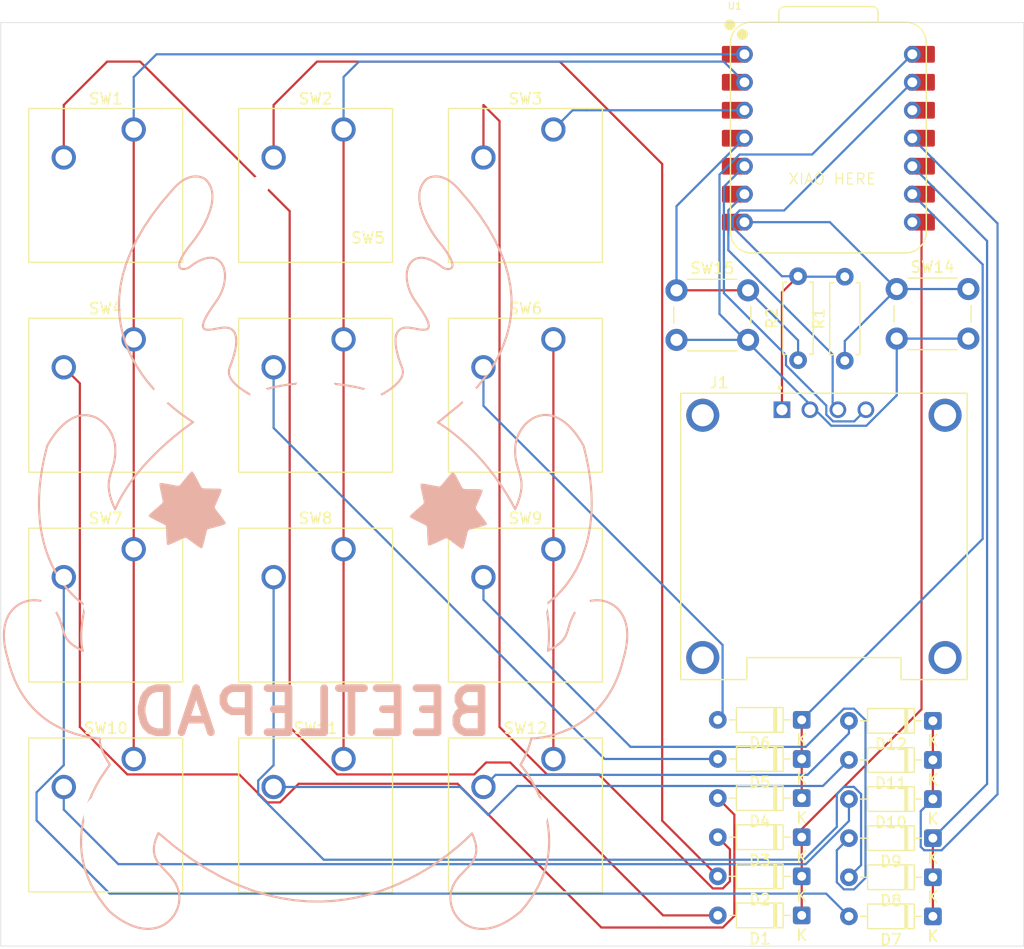
<source format=kicad_pcb>
(kicad_pcb (version 20241229) (generator "pcbnew") (generator_version "9.0")
  (layers (0 "F.Cu" signal) (2 "B.Cu" signal) (13 "F.Paste" user) (15 "B.Paste" user) (5 "F.SilkS" user "F.Silkscreen") (7 "B.SilkS" user "B.Silkscreen") (1 "F.Mask" user) (3 "B.Mask" user) (25 "Edge.Cuts" user))
  (net 0 "")
  (net 1 "GND")
  (net 2 "+5V")
  (net 3 "Net-(D1-K)")
  (net 4 "Net-(D1-A)")
  (net 5 "Net-(D2-A)")
  (net 6 "Net-(D3-A)")
  (net 8 "Net-(D4-K)")
  (net 9 "Net-(D4-A)")
  (net 10 "Net-(D5-A)")
  (net 11 "Net-(D6-A)")
  (net 12 "Net-(D7-A)")
  (net 13 "Net-(D7-K)")
  (net 14 "Net-(D8-A)")
  (net 15 "Net-(D9-A)")
  (net 16 "Net-(D10-A)")
  (net 17 "Net-(D10-K)")
  (net 18 "Net-(D11-A)")
  (net 19 "Net-(D12-A)")
  (net 20 "Net-(J1-Pin_4)")
  (net 21 "Net-(J1-Pin_3)")
  (net 22 "Net-(U1-GPIO26{slash}ADC0{slash}A0)")
  (net 23 "Net-(U1-GPIO27{slash}ADC1{slash}A1)")
  (net 24 "Net-(U1-GPIO28{slash}ADC2{slash}A2)")
  (net 25 "Net-(U1-GPIO29{slash}ADC3{slash}A3)")
  (net 26 "Net-(U1-GPIO0{slash}TX)")
  (footprint "Button_Switch_Keyboard:SW_Cherry_MX_1.00u_PCB" (layer "F.Cu") (at 57.30875 85.4075)
    (property "Reference" "SW7")
    (property "Value" "SW_Push_45deg")
  )
  (footprint "Button_Switch_Keyboard:SW_Cherry_MX_1.00u_PCB" (layer "F.Cu") (at 57.30875 104.4575)
    (property "Reference" "SW10")
    (property "Value" "SW_Push_45deg")
  )
  (footprint "Button_Switch_Keyboard:SW_Cherry_MX_1.00u_PCB" (layer "F.Cu") (at 95.40875 104.4575)
    (property "Reference" "SW12")
    (property "Value" "SW_Push_45deg")
  )
  (footprint "Diode_THT:D_DO-35_SOD27_P7.62mm_Horizontal" (layer "F.Cu") (at 117.953883 100.905378 180)
    (property "Reference" "D6")
    (property "Value" "D")
  )
  (footprint "Diode_THT:D_DO-35_SOD27_P7.62mm_Horizontal" (layer "F.Cu") (at 129.860133 108.092878 180)
    (property "Reference" "D10")
    (property "Value" "D")
  )
  (footprint "Button_Switch_Keyboard:SW_Cherry_MX_1.00u_PCB" (layer "F.Cu") (at 76.35875 104.4575)
    (property "Reference" "SW11")
    (property "Value" "SW_Push_45deg")
  )
  (footprint "Button_Switch_Keyboard:SW_Cherry_MX_1.00u_PCB" (layer "F.Cu") (at 76.35875 85.4075)
    (property "Reference" "SW8")
    (property "Value" "SW_Push_45deg")
  )
  (footprint "Diode_THT:D_DO-35_SOD27_P7.62mm_Horizontal" (layer "F.Cu") (at 117.953883 111.555378 180)
    (property "Reference" "D3")
    (property "Value" "D")
  )
  (footprint "Button_Switch_Keyboard:SW_Cherry_MX_1.00u_PCB" (layer "F.Cu") (at 76.35875 47.3075)
    (property "Reference" "SW2")
    (property "Value" "SW_Push_45deg")
  )
  (footprint "Resistor_THT:R_Axial_DIN0207_L6.3mm_D2.5mm_P7.62mm_Horizontal" (layer "F.Cu") (at 117.623184 68.248995 90)
    (property "Reference" "R2")
    (property "Value" "R")
  )
  (footprint "Button_Switch_Keyboard:SW_Cherry_MX_1.00u_PCB" (layer "F.Cu") (at 95.40875 85.4075)
    (property "Reference" "SW9")
    (property "Value" "SW_Push_45deg")
  )
  (footprint "Diode_THT:D_DO-35_SOD27_P7.62mm_Horizontal" (layer "F.Cu") (at 117.953883 104.455378 180)
    (property "Reference" "D5")
    (property "Value" "D")
  )
  (footprint "Diode_THT:D_DO-35_SOD27_P7.62mm_Horizontal" (layer "F.Cu") (at 129.860133 104.542878 180)
    (property "Reference" "D11")
    (property "Value" "D")
  )
  (footprint "Diode_THT:D_DO-35_SOD27_P7.62mm_Horizontal" (layer "F.Cu") (at 129.860133 100.992878 180)
    (property "Reference" "D12")
    (property "Value" "D")
  )
  (footprint "Button_Switch_Keyboard:SW_Cherry_MX_1.00u_PCB" (layer "F.Cu") (at 76.35875 66.3575)
    (property "Reference" "SW5")
    (property "Value" "SW_Push_45deg")
  )
  (footprint "Diode_THT:D_DO-35_SOD27_P7.62mm_Horizontal" (layer "F.Cu") (at 117.953883 118.655378 180)
    (property "Reference" "D1")
    (property "Value" "D")
  )
  (footprint "Diode_THT:D_DO-35_SOD27_P7.62mm_Horizontal" (layer "F.Cu") (at 129.860133 115.192878 180)
    (property "Reference" "D8")
    (property "Value" "D")
  )
  (footprint "Diode_THT:D_DO-35_SOD27_P7.62mm_Horizontal" (layer "F.Cu") (at 117.953883 108.005378 180)
    (property "Reference" "D4")
    (property "Value" "D")
  )
  (footprint "Audio_Module:MODULE_DM-OLED096-636" (layer "F.Cu") (at 119.96875 84.25)
    (property "Reference" "J1")
    (property "Value" "Conn_01x04_Pin")
  )
  (footprint "Button_Switch_Keyboard:SW_Cherry_MX_1.00u_PCB" (layer "F.Cu") (at 95.40875 66.3575)
    (property "Reference" "SW6")
    (property "Value" "SW_Push_45deg")
  )
  (footprint "OPL:XIAO-RP2040-DIP" (layer "F.Cu") (at 120.37375 48.10125)
    (property "Reference" "U1")
    (property "Value" "XIAO-RP2040-DIP")
  )
  (footprint "Diode_THT:D_DO-35_SOD27_P7.62mm_Horizontal" (layer "F.Cu") (at 117.953883 115.105378 180)
    (property "Reference" "D2")
    (property "Value" "D")
  )
  (footprint "Button_Switch_THT:SW_PUSH_6mm" (layer "F.Cu") (at 126.579892 61.79268)
    (property "Reference" "SW14")
    (property "Value" "SW_Push")
  )
  (footprint "Button_Switch_Keyboard:SW_Cherry_MX_1.00u_PCB" (layer "F.Cu") (at 57.30875 66.3575)
    (property "Reference" "SW4")
    (property "Value" "SW_Push_45deg")
  )
  (footprint "Button_Switch_Keyboard:SW_Cherry_MX_1.00u_PCB" (layer "F.Cu") (at 95.40875 47.3075)
    (property "Reference" "SW3")
    (property "Value" "SW_Push_45deg")
  )
  (footprint "Diode_THT:D_DO-35_SOD27_P7.62mm_Horizontal" (layer "F.Cu") (at 129.860133 111.642878 180)
    (property "Reference" "D9")
    (property "Value" "D")
  )
  (footprint "Diode_THT:D_DO-35_SOD27_P7.62mm_Horizontal" (layer "F.Cu") (at 129.860133 118.742878 180)
    (property "Reference" "D7")
    (property "Value" "D")
  )
  (footprint "Resistor_THT:R_Axial_DIN0207_L6.3mm_D2.5mm_P7.62mm_Horizontal" (layer "F.Cu") (at 121.86254 68.293165 90)
    (property "Reference" "R1")
    (property "Value" "R")
  )
  (footprint "Button_Switch_THT:SW_PUSH_6mm" (layer "F.Cu") (at 106.585061 61.906905)
    (property "Reference" "SW15")
    (property "Value" "SW_Push")
  )
  (footprint "Button_Switch_Keyboard:SW_Cherry_MX_1.00u_PCB" (layer "F.Cu") (at 57.30875 47.3075)
    (property "Reference" "SW1")
    (property "Value" "SW_Push_45deg")
  )
  (gr_poly (pts (xy 62.587749 78.364644) (xy 62.566937 78.37386) (xy 62.542423 78.389642) (xy 62.514473 78.411538) (xy 62.449331 78.471848) (xy 62.37364 78.551154) (xy 62.289532 78.645822) (xy 62.199136 78.752216) (xy 62.008003 78.98564) (xy 61.817283 79.22234) (xy 61.644017 79.433233) (xy 61.569256 79.519913) (xy 61.505249 79.589235) (xy 61.454127 79.637563) (xy 61.434063 79.652718) (xy 61.418019 79.661261) (xy 61.400242 79.665053) (xy 61.375133 79.666374) (xy 61.304901 79.662308) (xy 61.211293 79.650473) (xy 61.098281 79.63228) (xy 60.531599 79.524131) (xy 60.235066 79.468575) (xy 59.972092 79.427075) (xy 59.863116 79.415122) (xy 59.774442 79.410914) (xy 59.71004 79.415861) (xy 59.688182 79.422209) (xy 59.673881 79.431374) (xy 59.665094 79.445911) (xy 59.659323 79.467928) (xy 59.65607 79.532438) (xy 59.662607 79.620972) (xy 59.677419 79.729596) (xy 59.725814 79.991389) (xy 59.789142 80.286359) (xy 59.912143 80.850004) (xy 59.9333 80.9625) (xy 59.94759 81.055764) (xy 59.9535 81.125865) (xy 59.95284 81.151001) (xy 59.949516 81.168871) (xy 59.941397 81.185134) (xy 59.926774 81.205588) (xy 59.879806 81.257963) (xy 59.81219 81.323769) (xy 59.727504 81.400782) (xy 59.521236 81.579529) (xy 59.289629 81.776403) (xy 59.061309 81.973603) (xy 58.957327 82.066763) (xy 58.864901 82.153329) (xy 58.78761 82.231078) (xy 58.729033 82.297782) (xy 58.70788 82.326298) (xy 58.692747 82.351218) (xy 58.684081 82.372265) (xy 58.68233 82.389161) (xy 58.688218 82.405094) (xy 58.701833 82.423333) (xy 58.722675 82.443721) (xy 58.750241 82.466098) (xy 58.823534 82.516187) (xy 58.917695 82.572332) (xy 59.028705 82.633266) (xy 59.152547 82.69772) (xy 59.422649 82.83212) (xy 59.940014 83.087381) (xy 60.041157 83.14098) (xy 60.122984 83.187957) (xy 60.181476 83.227043) (xy 60.200716 83.243232) (xy 60.212615 83.256972) (xy 60.227143 83.297646) (xy 60.238807 83.367022) (xy 60.248098 83.460916) (xy 60.255509 83.575143) (xy 60.27617 84.151683) (xy 60.287992 84.453143) (xy 60.30605 84.718759) (xy 60.318646 84.827662) (xy 60.334275 84.915049) (xy 60.353429 84.976736) (xy 60.364481 84.996633) (xy 60.376599 85.008536) (xy 60.3766 85.008538) (xy 60.392728 85.013869) (xy 60.415477 85.014596) (xy 60.444411 85.011013) (xy 60.479093 85.003413) (xy 60.563952 84.97734) (xy 60.666557 84.938728) (xy 60.911017 84.833291) (xy 61.184501 84.705914) (xy 61.706644 84.460574) (xy 61.81161 84.414915) (xy 61.899356 84.38023) (xy 61.966385 84.358869) (xy 61.991037 84.35392) (xy 62.009199 84.353183) (xy 62.02686 84.35748) (xy 62.050056 84.367185) (xy 62.111569 84.401321) (xy 62.190771 84.452598) (xy 62.284698 84.518024) (xy 62.504862 84.679345) (xy 62.748337 84.861337) (xy 62.991399 85.040051) (xy 63.105362 85.120696) (xy 63.210325 85.191541) (xy 63.303322 85.249593) (xy 63.381389 85.291859) (xy 63.413897 85.306136) (xy 63.44156 85.315345) (xy 63.464007 85.319109) (xy 63.480869 85.317057) (xy 63.495093 85.307772) (xy 63.509845 85.290439) (xy 63.540766 85.233729) (xy 63.57329 85.151127) (xy 63.607075 85.046833) (xy 63.67706 84.789968) (xy 63.747986 84.496732) (xy 63.881722 83.935537) (xy 63.911471 83.825003) (xy 63.939062 83.734774) (xy 63.964152 83.669051) (xy 63.975653 83.646692) (xy 63.986401 83.632033) (xy 64.000772 83.620904) (xy 64.022822 83.608819) (xy 64.087863 83.58201) (xy 64.177336 83.552059) (xy 64.28705 83.519416) (xy 64.844537 83.370981) (xy 65.135809 83.292374) (xy 65.390747 83.215664) (xy 65.494117 83.17915) (xy 65.575835 83.144467) (xy 65.631713 83.112067) (xy 65.648652 83.096864) (xy 65.65756 83.082401) (xy 65.659169 83.065491) (xy 65.654816 83.043151) (xy 65.644884 83.015739) (xy 65.629757 82.983618) (xy 65.585455 82.906688) (xy 65.524979 82.815248) (xy 65.4514 82.712183) (xy 65.367789 82.600379) (xy 65.182749 82.362096) (xy 64.994423 82.123487) (xy 64.827372 81.907638) (xy 64.759501 81.815463) (xy 64.70616 81.737635) (xy 64.67042 81.677041) (xy 64.660109 81.654108) (xy 64.65535 81.636565) (xy 64.655609 81.61839) (xy 64.659908 81.593616) (xy 64.679501 81.52605) (xy 64.711869 81.437423) (xy 64.754753 81.331293) (xy 64.986289 80.802883) (xy 65.106437 80.526147) (xy 65.205414 80.279001) (xy 65.241316 80.175417) (xy 65.265151 80.089902) (xy 65.274659 80.026014) (xy 65.273334 80.003292) (xy 65.267581 79.98731) (xy 65.255364 79.975509) (xy 65.235182 79.964983) (xy 65.173014 79.947457) (xy 65.085246 79.934129) (xy 64.976049 79.924399) (xy 64.710051 79.913326) (xy 64.408384 79.909429) (xy 63.8315 79.903924) (xy 63.717118 79.899517) (xy 63.623012 79.892696) (xy 63.553353 79.882859) (xy 63.528995 79.876622) (xy 63.512312 79.869405) (xy 63.498264 79.857871) (xy 63.481576 79.839063) (xy 63.440966 79.781618) (xy 63.391856 79.701054) (xy 63.335618 79.601354) (xy 63.066851 79.090874) (xy 62.925401 78.824397) (xy 62.793886 78.592921) (xy 62.735286 78.500267) (xy 62.683288 78.428315) (xy 62.639266 78.381048) (xy 62.620675 78.367917) (xy 62.604593 78.36245)) (stroke (width 0.026458)) (fill yes) (layer "B.SilkS"))
  (gr_poly (pts (xy 86.2858 78.4225) (xy 86.264988 78.431716) (xy 86.240474 78.447498) (xy 86.212524 78.469394) (xy 86.147382 78.529704) (xy 86.071691 78.60901) (xy 85.987583 78.703678) (xy 85.897187 78.810072) (xy 85.706054 79.043496) (xy 85.515334 79.280196) (xy 85.342068 79.491089) (xy 85.267307 79.577769) (xy 85.2033 79.647091) (xy 85.152178 79.695419) (xy 85.132114 79.710574) (xy 85.11607 79.719117) (xy 85.098293 79.722909) (xy 85.073184 79.72423) (xy 85.002952 79.720164) (xy 84.909344 79.708329) (xy 84.796332 79.690136) (xy 84.22965 79.581987) (xy 83.933117 79.526431) (xy 83.670143 79.484931) (xy 83.561167 79.472978) (xy 83.472493 79.46877) (xy 83.408091 79.473717) (xy 83.386233 79.480065) (xy 83.371932 79.48923) (xy 83.363145 79.503767) (xy 83.357374 79.525784) (xy 83.354121 79.590294) (xy 83.360658 79.678828) (xy 83.37547 79.787452) (xy 83.423865 80.049245) (xy 83.487193 80.344215) (xy 83.610194 80.90786) (xy 83.631351 81.020356) (xy 83.645641 81.11362) (xy 83.651551 81.183721) (xy 83.650891 81.208857) (xy 83.647567 81.226727) (xy 83.639448 81.24299) (xy 83.624825 81.263444) (xy 83.577857 81.315819) (xy 83.510241 81.381625) (xy 83.425555 81.458638) (xy 83.219287 81.637385) (xy 82.98768 81.834259) (xy 82.75936 82.031459) (xy 82.655378 82.124619) (xy 82.562952 82.211185) (xy 82.485661 82.288934) (xy 82.427084 82.355638) (xy 82.405931 82.384154) (xy 82.390798 82.409074) (xy 82.382132 82.430121) (xy 82.380381 82.447017) (xy 82.386269 82.46295) (xy 82.399884 82.481189) (xy 82.420726 82.501577) (xy 82.448292 82.523954) (xy 82.521585 82.574043) (xy 82.615746 82.630188) (xy 82.726756 82.691122) (xy 82.850598 82.755576) (xy 83.1207 82.889976) (xy 83.638065 83.145237) (xy 83.739208 83.198836) (xy 83.821035 83.245813) (xy 83.879527 83.284899) (xy 83.898767 83.301088) (xy 83.910666 83.314828) (xy 83.925194 83.355502) (xy 83.936858 83.424878) (xy 83.946149 83.518772) (xy 83.95356 83.632999) (xy 83.974221 84.209539) (xy 83.986043 84.510999) (xy 84.004101 84.776615) (xy 84.016697 84.885518) (xy 84.032326 84.972905) (xy 84.05148 85.034592) (xy 84.062532 85.054489) (xy 84.07465 85.066392) (xy 84.074651 85.066394) (xy 84.090779 85.071725) (xy 84.113528 85.072452) (xy 84.142462 85.068869) (xy 84.177144 85.061269) (xy 84.262003 85.035196) (xy 84.364608 84.996584) (xy 84.609068 84.891147) (xy 84.882552 84.76377) (xy 85.404695 84.51843) (xy 85.509661 84.472771) (xy 85.597407 84.438086) (xy 85.664436 84.416725) (xy 85.689088 84.411776) (xy 85.70725 84.411039) (xy 85.724911 84.415336) (xy 85.748107 84.425041) (xy 85.80962 84.459177) (xy 85.888822 84.510454) (xy 85.982749 84.57588) (xy 86.202913 84.737201) (xy 86.446388 84.919193) (xy 86.68945 85.097907) (xy 86.803413 85.178552) (xy 86.908376 85.249397) (xy 87.001373 85.307449) (xy 87.07944 85.349715) (xy 87.111948 85.363992) (xy 87.139611 85.373201) (xy 87.162058 85.376965) (xy 87.17892 85.374913) (xy 87.193144 85.365628) (xy 87.207896 85.348295) (xy 87.238817 85.291585) (xy 87.271341 85.208983) (xy 87.305126 85.104689) (xy 87.375111 84.847824) (xy 87.446037 84.554588) (xy 87.579773 83.993393) (xy 87.609522 83.882859) (xy 87.637113 83.79263) (xy 87.662203 83.726907) (xy 87.673704 83.704548) (xy 87.684452 83.689889) (xy 87.698823 83.67876) (xy 87.720873 83.666675) (xy 87.785914 83.639866) (xy 87.875387 83.609915) (xy 87.985101 83.577272) (xy 88.542588 83.428837) (xy 88.83386 83.35023) (xy 89.088798 83.27352) (xy 89.192168 83.237006) (xy 89.273886 83.202323) (xy 89.329764 83.169923) (xy 89.346703 83.15472) (xy 89.355611 83.140257) (xy 89.35722 83.123347) (xy 89.352867 83.101007) (xy 89.342935 83.073595) (xy 89.327808 83.041474) (xy 89.283506 82.964544) (xy 89.22303 82.873104) (xy 89.149451 82.770039) (xy 89.06584 82.658235) (xy 88.8808 82.419952) (xy 88.692474 82.181343) (xy 88.525423 81.965494) (xy 88.457552 81.873319) (xy 88.404211 81.795491) (xy 88.368471 81.734897) (xy 88.35816 81.711964) (xy 88.353401 81.694421) (xy 88.35366 81.676246) (xy 88.357959 81.651472) (xy 88.377552 81.583906) (xy 88.40992 81.495279) (xy 88.452804 81.389149) (xy 88.68434 80.860739) (xy 88.804488 80.584003) (xy 88.903465 80.336857) (xy 88.939367 80.233273) (xy 88.963202 80.147758) (xy 88.97271 80.08387) (xy 88.971385 80.061148) (xy 88.965632 80.045166) (xy 88.953415 80.033365) (xy 88.933233 80.022839) (xy 88.871065 80.005313) (xy 88.783297 79.991985) (xy 88.6741 79.982255) (xy 88.408102 79.971182) (xy 88.106435 79.967285) (xy 87.529551 79.96178) (xy 87.415169 79.957373) (xy 87.321063 79.950552) (xy 87.251404 79.940715) (xy 87.227046 79.934478) (xy 87.210363 79.927261) (xy 87.196315 79.915727) (xy 87.179627 79.896919) (xy 87.139017 79.839474) (xy 87.089907 79.75891) (xy 87.033669 79.65921) (xy 86.764902 79.14873) (xy 86.623452 78.882253) (xy 86.491937 78.650777) (xy 86.433337 78.558123) (xy 86.381339 78.486171) (xy 86.337317 78.438904) (xy 86.318726 78.425773) (xy 86.302644 78.420306)) (stroke (width 0.026458)) (fill yes) (layer "B.SilkS"))
  (gr_poly (pts (xy 84.631666 51.569505) (xy 84.542657 51.578086) (xy 84.458503 51.590659) (xy 84.379358 51.606592) (xy 84.305376 51.625251) (xy 84.236714 51.646004) (xy 84.173524 51.668217) (xy 84.115962 51.691259) (xy 84.01834 51.737295) (xy 83.945085 51.779048) (xy 83.897434 51.811455) (xy 83.876625 51.829454) (xy 83.727336 51.983528) (xy 83.599768 52.146474) (xy 83.492938 52.317547) (xy 83.405861 52.496004) (xy 83.337553 52.681098) (xy 83.28703 52.872085) (xy 83.253307 53.068221) (xy 83.235401 53.26876) (xy 83.232328 53.472958) (xy 83.243102 53.68007) (xy 83.266741 53.889352) (xy 83.302259 54.100057) (xy 83.348672 54.311442) (xy 83.404997 54.522763) (xy 83.543444 54.942228) (xy 83.709726 55.352495) (xy 83.895968 55.747606) (xy 84.094299 56.121602) (xy 84.296843 56.468524) (xy 84.495728 56.782416) (xy 84.683079 57.057317) (xy 84.851024 57.287271) (xy 84.991688 57.466318) (xy 85.205212 57.731682) (xy 85.395593 57.978703) (xy 85.563833 58.207972) (xy 85.71093 58.420084) (xy 85.837885 58.615629) (xy 85.945697 58.795201) (xy 86.035367 58.959393) (xy 86.107894 59.108798) (xy 86.164278 59.244007) (xy 86.205519 59.365613) (xy 86.232617 59.47421) (xy 86.246572 59.570389) (xy 86.248383 59.654743) (xy 86.239051 59.727866) (xy 86.219576 59.790349) (xy 86.190957 59.842786) (xy 86.154194 59.885768) (xy 86.110288 59.919889) (xy 86.060238 59.945742) (xy 86.005043 59.963918) (xy 85.945705 59.97501) (xy 85.883222 59.979612) (xy 85.818595 59.978315) (xy 85.752824 59.971713) (xy 85.686908 59.960398) (xy 85.621847 59.944962) (xy 85.498291 59.9041) (xy 85.390155 59.853869) (xy 85.34437 59.826721) (xy 85.305439 59.799009) (xy 85.028957 59.592054) (xy 84.763674 59.416224) (xy 84.509773 59.270376) (xy 84.267436 59.153371) (xy 84.036847 59.064066) (xy 83.818189 59.001321) (xy 83.611644 58.963994) (xy 83.417394 58.950945) (xy 83.235624 58.961031) (xy 83.066516 58.993114) (xy 82.910253 59.04605) (xy 82.767018 59.118699) (xy 82.636993 59.20992) (xy 82.520362 59.318572) (xy 82.417307 59.443513) (xy 82.328012 59.583603) (xy 82.252659 59.7377) (xy 82.191431 59.904664) (xy 82.14451 60.083353) (xy 82.112081 60.272625) (xy 82.094326 60.471341) (xy 82.091427 60.678359) (xy 82.103567 60.892537) (xy 82.13093 61.112735) (xy 82.173699 61.337811) (xy 82.232055 61.566625) (xy 82.306183 61.798035) (xy 82.396264 62.030901) (xy 82.502483 62.26408) (xy 82.625021 62.496433) (xy 82.764062 62.726817) (xy 82.919788 62.954092) (xy 83.129791 63.247247) (xy 83.31652 63.517886) (xy 83.48084 63.766843) (xy 83.623617 63.994953) (xy 83.745713 64.203051) (xy 83.847995 64.391971) (xy 83.931327 64.562548) (xy 83.996573 64.715617) (xy 84.044599 64.852013) (xy 84.076268 64.972569) (xy 84.092445 65.078122) (xy 84.093995 65.169505) (xy 84.081784 65.247553) (xy 84.056674 65.313101) (xy 84.019531 65.366984) (xy 83.97122 65.410037) (xy 83.912605 65.443093) (xy 83.844551 65.466988) (xy 83.767922 65.482557) (xy 83.683584 65.490633) (xy 83.495236 65.48765) (xy 83.286424 65.464715) (xy 82.38488 65.30702) (xy 82.256069 65.292644) (xy 82.133594 65.286669) (xy 82.017508 65.289074) (xy 81.907863 65.299841) (xy 81.804712 65.31895) (xy 81.708109 65.346384) (xy 81.618104 65.382123) (xy 81.534752 65.426148) (xy 81.458105 65.47844) (xy 81.388216 65.53898) (xy 81.325137 65.607749) (xy 81.268921 65.684728) (xy 81.21962 65.769899) (xy 81.177288 65.863242) (xy 81.141977 65.964738) (xy 81.11374 66.074369) (xy 81.09263 66.192115) (xy 81.078699 66.317958) (xy 81.072585 66.593857) (xy 81.09582 66.901915) (xy 81.148826 67.24198) (xy 81.232025 67.613901) (xy 81.345838 68.017525) (xy 81.490686 68.452702) (xy 81.666992 68.919279) (xy 81.704341 69.028623) (xy 81.729116 69.136524) (xy 81.741966 69.242913) (xy 81.743542 69.347721) (xy 81.734496 69.450879) (xy 81.715477 69.552318) (xy 81.687138 69.651969) (xy 81.650128 69.749763) (xy 81.605098 69.845632) (xy 81.552699 69.939507) (xy 81.493582 70.031319) (xy 81.428398 70.120998) (xy 81.357797 70.208476) (xy 81.28243 70.293685) (xy 81.120001 70.457016) (xy 80.946317 70.610442) (xy 80.766586 70.753411) (xy 80.586012 70.885372) (xy 80.409801 71.005773) (xy 79.852718 71.360769) (xy 78.840038 71.026729) (xy 77.672309 70.734444) (xy 76.951715 70.59352) (xy 76.150871 70.469995) (xy 75.277954 70.374306) (xy 74.341139 70.316893) (xy 73.348604 70.308194) (xy 72.308526 70.358648) (xy 71.229081 70.478694) (xy 70.118445 70.67877) (xy 68.984797 70.969315) (xy 68.411898 71.151776) (xy 67.836311 71.360769) (xy 67.279014 71.005778) (xy 67.102737 70.885377) (xy 66.922095 70.753417) (xy 66.742297 70.610449) (xy 66.568549 70.457024) (xy 66.40606 70.293692) (xy 66.330665 70.208484) (xy 66.260037 70.121006) (xy 66.194829 70.031327) (xy 66.13569 69.939516) (xy 66.083272 69.845641) (xy 66.038225 69.749772) (xy 66.001202 69.651978) (xy 65.972852 69.552327) (xy 65.953826 69.450889) (xy 65.944777 69.347731) (xy 65.946354 69.242924) (xy 65.959208 69.136535) (xy 65.983992 69.028634) (xy 66.021355 68.91929) (xy 66.1135 68.682086) (xy 66.197725 68.452714) (xy 66.274083 68.231191) (xy 66.342627 68.017538) (xy 66.403409 67.811773) (xy 66.456482 67.613914) (xy 66.501898 67.423982) (xy 66.539711 67.241995) (xy 66.569973 67.067971) (xy 66.592737 66.90193) (xy 66.608055 66.743891) (xy 66.61598 66.593873) (xy 66.616566 66.451894) (xy 66.609864 66.317974) (xy 66.595928 66.192131) (xy 66.57481 66.074385) (xy 66.546562 65.964755) (xy 66.511238 65.863258) (xy 66.468891 65.769915) (xy 66.419572 65.684745) (xy 66.363336 65.607766) (xy 66.300233 65.538996) (xy 66.230318 65.478456) (xy 66.153643 65.426165) (xy 66.07026 65.38214) (xy 65.980223 65.346401) (xy 65.883584 65.318967) (xy 65.780395 65.299857) (xy 65.67071 65.28909) (xy 65.554582 65.286685) (xy 65.432062 65.29266) (xy 65.303204 65.307035) (xy 64.401328 65.464731) (xy 64.19244 65.487665) (xy 64.004023 65.490649) (xy 63.919653 65.482572) (xy 63.842996 65.467004) (xy 63.774917 65.443109) (xy 63.716281 65.410052) (xy 63.667952 65.367) (xy 63.630796 65.313117) (xy 63.605677 65.247569) (xy 63.59346 65.169521) (xy 63.595011 65.078138) (xy 63.611195 64.972586) (xy 63.642875 64.852029) (xy 63.690918 64.715634) (xy 63.756188 64.562565) (xy 63.83955 64.391988) (xy 63.94187 64.203069) (xy 64.064011 63.994971) (xy 64.20684 63.766861) (xy 64.37122 63.517904) (xy 64.768097 62.954111) (xy 64.92388 62.726836) (xy 65.062972 62.496453) (xy 65.185555 62.264101) (xy 65.291812 62.030922) (xy 65.381927 61.798058) (xy 65.456082 61.566648) (xy 65.514459 61.337835) (xy 65.557243 61.112758) (xy 65.584616 60.892561) (xy 65.596761 60.678383) (xy 65.593861 60.471366) (xy 65.576099 60.27265) (xy 65.543658 60.083378) (xy 65.49672 59.904689) (xy 65.43547 59.737726) (xy 65.360089 59.583629) (xy 65.270761 59.443539) (xy 65.167668 59.318598) (xy 65.050994 59.209946) (xy 64.920922 59.118725) (xy 64.777634 59.046076) (xy 64.621314 58.99314) (xy 64.452144 58.961058) (xy 64.270307 58.950971) (xy 64.075987 58.964021) (xy 63.869366 59.001347) (xy 63.650628 59.064093) (xy 63.419955 59.153397) (xy 63.177529 59.270403) (xy 62.923535 59.416251) (xy 62.658156 59.592081) (xy 62.381573 59.799036) (xy 62.296825 59.853896) (xy 62.18865 59.904127) (xy 62.065049 59.944988) (xy 61.934025 59.971739) (xy 61.803579 59.979638) (xy 61.741073 59.975036) (xy 61.681713 59.963943) (xy 61.626498 59.945767) (xy 61.57643 59.919915) (xy 61.532507 59.885794) (xy 61.495731 59.842811) (xy 61.467102 59.790375) (xy 61.44762 59.727891) (xy 61.438284 59.654769) (xy 61.440097 59.570414) (xy 61.454056 59.474235) (xy 61.481164 59.365638) (xy 61.52242 59.244032) (xy 61.578825 59.108823) (xy 61.651378 58.959419) (xy 61.741081 58.795227) (xy 61.848932 58.615654) (xy 61.975934 58.420109) (xy 62.123084 58.207998) (xy 62.291385 57.978729) (xy 62.481837 57.731708) (xy 62.695438 57.466344) (xy 63.004161 57.057344) (xy 63.191581 56.782443) (xy 63.390538 56.468552) (xy 63.593157 56.121629) (xy 63.79156 55.747634) (xy 63.977871 55.352523) (xy 64.144214 54.942257) (xy 64.282711 54.522792) (xy 64.385487 54.100087) (xy 64.421018 53.889382) (xy 64.444665 53.680101) (xy 64.455444 53.472989) (xy 64.452369 53.268791) (xy 64.434456 53.068252) (xy 64.400722 52.872117) (xy 64.35018 52.681129) (xy 64.281847 52.496035) (xy 64.194738 52.317579) (xy 64.087868 52.146506) (xy 63.960254 51.98356) (xy 63.810909 51.829486) (xy 63.74243 51.779081) (xy 63.66915 51.737328) (xy 63.571494 51.691293) (xy 63.450698 51.646037) (xy 63.308002 51.606625) (xy 63.144643 51.578119) (xy 62.961858 51.565583) (xy 62.863568 51.566885) (xy 62.760886 51.574078) (xy 62.653966 51.587794) (xy 62.542964 51.608668) (xy 62.428034 51.63733) (xy 62.30933 51.674416) (xy 62.187008 51.720556) (xy 62.061223 51.776384) (xy 61.932128 51.842534) (xy 61.799879 51.919637) (xy 61.664631 52.008327) (xy 61.526537 52.109236) (xy 61.385754 52.222997) (xy 61.242435 52.350244) (xy 61.096736 52.49161) (xy 60.948811 52.647726) (xy 59.894007 53.871758) (xy 58.981868 55.063634) (xy 58.205283 56.222953) (xy 57.557145 57.349312) (xy 57.030345 58.442309) (xy 56.617774 59.501543) (xy 56.312324 60.526611) (xy 56.106886 61.517112) (xy 55.994352 62.472644) (xy 55.967613 63.392804) (xy 56.019562 64.277191) (xy 56.143088 65.125403) (xy 56.331084 65.937038) (xy 56.576441 66.711693) (xy 56.872051 67.448968) (xy 57.210805 68.14846) (xy 57.585595 68.809766) (xy 57.989312 69.432486) (xy 58.414847 70.016217) (xy 58.855092 70.560557) (xy 59.302939 71.065105) (xy 59.751279 71.529458) (xy 60.621003 72.335972) (xy 61.407397 72.976884) (xy 62.053592 73.448979) (xy 62.697914 73.873853) (xy 61.857352 74.484147) (xy 60.95592 75.203524) (xy 60.428452 75.654085) (xy 59.866403 76.160395) (xy 59.28221 76.718831) (xy 58.688315 77.325768) (xy 58.097154 77.977581) (xy 57.521168 78.670647) (xy 56.972796 79.401342) (xy 56.464476 80.16604) (xy 56.229224 80.560008) (xy 56.008649 80.961119) (xy 55.804307 81.368918) (xy 55.617752 81.782953) (xy 55.496337 81.510284) (xy 55.391217 81.253089) (xy 55.301548 81.010447) (xy 55.226487 80.781439) (xy 55.165189 80.565145) (xy 55.116811 80.360645) (xy 55.080509 80.16702) (xy 55.055439 79.983349) (xy 55.040756 79.808713) (xy 55.035617 79.642192) (xy 55.039179 79.482867) (xy 55.050597 79.329816) (xy 55.069028 79.182122) (xy 55.093627 79.038863) (xy 55.157955 78.761973) (xy 55.493233 77.647888) (xy 55.52999 77.492717) (xy 55.562789 77.330943) (xy 55.590785 77.161648) (xy 55.613136 76.983912) (xy 55.628997 76.796814) (xy 55.637525 76.599435) (xy 55.637875 76.390856) (xy 55.629204 76.170156) (xy 55.606719 75.942589) (xy 55.566631 75.714983) (xy 55.509599 75.488782) (xy 55.436281 75.265431) (xy 55.347338 75.046375) (xy 55.243428 74.833056) (xy 55.125209 74.626921) (xy 54.99334 74.429413) (xy 54.848481 74.241977) (xy 54.691291 74.066057) (xy 54.522428 73.903097) (xy 54.342551 73.754542) (xy 54.152319 73.621836) (xy 53.952392 73.506424) (xy 53.743427 73.40975) (xy 53.526085 73.333258) (xy 53.301023 73.278392) (xy 53.068901 73.246598) (xy 52.830378 73.23932) (xy 52.586113 73.258001) (xy 52.336764 73.304086) (xy 52.08299 73.37902) (xy 51.825451 73.484247) (xy 51.564805 73.621212) (xy 51.301712 73.791358) (xy 51.036829 73.99613) (xy 50.770817 74.236972) (xy 50.504334 74.51533) (xy 50.238038 74.832647) (xy 49.97259 75.190367) (xy 49.708647 75.589936) (xy 49.446869 76.032796) (xy 49.208602 77.007063) (xy 49.019946 77.941886) (xy 48.878175 78.837839) (xy 48.780562 79.695499) (xy 48.724381 80.515439) (xy 48.706906 81.298235) (xy 48.725409 82.044461) (xy 48.777166 82.754693) (xy 48.859449 83.429505) (xy 48.969533 84.069472) (xy 49.104691 84.675169) (xy 49.262196 85.247171) (xy 49.439323 85.786052) (xy 49.633345 86.292389) (xy 49.841536 86.766754) (xy 50.061169 87.209724) (xy 50.289518 87.621874) (xy 50.523857 88.003777) (xy 50.761459 88.35601) (xy 50.999599 88.679146) (xy 51.235549 88.973761) (xy 51.466584 89.24043) (xy 51.903002 89.692227) (xy 52.287042 90.039138) (xy 52.596894 90.285761) (xy 52.906792 90.496538) (xy 52.809442 90.949907) (xy 52.719285 91.443732) (xy 52.629501 92.05086) (xy 52.591318 92.381728) (xy 52.561111 92.722701) (xy 52.541507 93.067703) (xy 52.535134 93.410662) (xy 52.54462 93.745503) (xy 52.572592 94.066153) (xy 52.621677 94.366537) (xy 52.694504 94.640581) (xy 52.482866 94.533055) (xy 52.289966 94.427963) (xy 52.114782 94.325006) (xy 51.956289 94.223891) (xy 51.813465 94.124319) (xy 51.685286 94.025996) (xy 51.570728 93.928626) (xy 51.468768 93.831911) (xy 51.378382 93.735556) (xy 51.298548 93.639265) (xy 51.228241 93.542742) (xy 51.166438 93.44569) (xy 51.112116 93.347814) (xy 51.064251 93.248818) (xy 50.983799 93.046279) (xy 50.715587 92.132079) (xy 50.620995 91.865674) (xy 50.563939 91.725165) (xy 50.499012 91.57939) (xy 50.42519 91.428053) (xy 50.34145 91.270857) (xy 50.246768 91.107508) (xy 50.140121 90.937707) (xy 50.017148 90.772367) (xy 49.875377 90.62284) (xy 49.716622 90.489497) (xy 49.542693 90.372706) (xy 49.355402 90.272837) (xy 49.156561 90.19026) (xy 48.947983 90.125345) (xy 48.731478 90.07846) (xy 48.508859 90.049976) (xy 48.281937 90.040262) (xy 48.052525 90.049688) (xy 47.822433 90.078622) (xy 47.593474 90.127436) (xy 47.36746 90.196497) (xy 47.146202 90.286177) (xy 46.931513 90.396843) (xy 46.725203 90.528867) (xy 46.529085 90.682617) (xy 46.344971 90.858463) (xy 46.174672 91.056775) (xy 46.02 91.277922) (xy 45.882768 91.522273) (xy 45.764786 91.790198) (xy 45.667866 92.082068) (xy 45.593821 92.39825) (xy 45.544462 92.739116) (xy 45.521601 93.105033) (xy 45.52705 93.496373) (xy 45.562621 93.913505) (xy 45.630124 94.356797) (xy 45.731373 94.82662) (xy 45.868179 95.323343) (xy 46.038203 95.982563) (xy 46.235795 96.600384) (xy 46.45879 97.178162) (xy 46.705023 97.717252) (xy 46.972329 98.219012) (xy 47.258543 98.684796) (xy 47.5615 99.11596) (xy 47.879035 99.513861) (xy 48.208982 99.879853) (xy 48.549178 100.215294) (xy 48.897456 100.521539) (xy 49.251652 100.799943) (xy 49.609601 101.051863) (xy 49.969138 101.278654) (xy 50.328097 101.481672) (xy 50.684314 101.662274) (xy 51.035623 101.821815) (xy 51.37986 101.96165) (xy 52.038457 102.187629) (xy 52.642784 102.351058) (xy 53.17552 102.462783) (xy 54.244156 102.60959) (xy 54.238012 102.642327) (xy 54.231064 102.742843) (xy 54.232674 102.819599) (xy 54.240543 102.914595) (xy 54.256827 103.028264) (xy 54.283677 103.161038) (xy 54.323248 103.313349) (xy 54.377694 103.48563) (xy 54.449169 103.678311) (xy 54.539824 103.891827) (xy 54.651815 104.126607) (xy 54.787295 104.383085) (xy 54.948418 104.661692) (xy 55.137337 104.962862) (xy 54.305241 106.175977) (xy 53.948143 106.791082) (xy 53.582779 107.511149) (xy 53.23483 108.326294) (xy 52.929979 109.226632) (xy 52.693907 110.202278) (xy 52.609689 110.715254) (xy 52.552296 111.24335) (xy 52.524939 111.78533) (xy 52.530828 112.339961) (xy 52.573173 112.906005) (xy 52.655184 113.482228) (xy 52.780072 114.067394) (xy 52.951046 114.660266) (xy 53.171318 115.259611) (xy 53.444097 115.864192) (xy 53.772593 116.472774) (xy 54.160017 117.08412) (xy 54.609579 117.696997) (xy 55.124489 118.310167) (xy 55.502545 118.617826) (xy 55.872386 118.888359) (xy 56.233656 119.123124) (xy 56.586 119.323478) (xy 56.929062 119.490776) (xy 57.262486 119.626377) (xy 57.585916 119.731636) (xy 57.898997 119.807911) (xy 58.201372 119.856559) (xy 58.492687 119.878936) (xy 58.772584 119.876399) (xy 59.040709 119.850305) (xy 59.296706 119.802011) (xy 59.540218 119.732874) (xy 59.770891 119.64425) (xy 59.988368 119.537496) (xy 60.192294 119.41397) (xy 60.382312 119.275027) (xy 60.558068 119.122026) (xy 60.719205 118.956322) (xy 60.865367 118.779273) (xy 60.996199 118.592234) (xy 61.111346 118.396565) (xy 61.21045 118.19362) (xy 61.293157 117.984756) (xy 61.359111 117.771332) (xy 61.407955 117.554703) (xy 61.439335 117.336226) (xy 61.452894 117.117259) (xy 61.448277 116.899157) (xy 61.425128 116.683278) (xy 61.383091 116.470979) (xy 61.325321 116.267153) (xy 61.255981 116.075165) (xy 61.176233 115.894079) (xy 61.087237 115.722957) (xy 60.990155 115.560865) (xy 60.886146 115.406866) (xy 60.776371 115.260023) (xy 60.661992 115.119401) (xy 59.720473 114.105996) (xy 59.616883 113.979223) (xy 59.520296 113.849308) (xy 59.431872 113.715314) (xy 59.352771 113.576304) (xy 59.284156 113.431344) (xy 59.227185 113.279496) (xy 59.183021 113.119824) (xy 59.152824 112.951392) (xy 59.137754 112.773264) (xy 59.138973 112.584503) (xy 59.15764 112.384172) (xy 59.194917 112.171337) (xy 59.251965 111.94506) (xy 59.329943 111.704405) (xy 59.430014 111.448437) (xy 59.553337 111.176218) (xy 61.021825 112.407666) (xy 62.470636 113.482957) (xy 63.898001 114.409768) (xy 65.302155 115.195774) (xy 66.681331 115.848654) (xy 68.033762 116.376084) (xy 69.357681 116.785741) (xy 70.651321 117.085303) (xy 71.912916 117.282446) (xy 73.140699 117.384847) (xy 74.332903 117.400183) (xy 75.487762 117.336132) (xy 76.603508 117.20037) (xy 77.678376 117.000575) (xy 78.710597 116.744422) (xy 79.698406 116.43959) (xy 80.640036 116.093755) (xy 81.533719 115.714595) (xy 82.37769 115.309786) (xy 83.170181 114.887005) (xy 83.909426 114.453929) (xy 84.593658 114.018236) (xy 85.790015 113.169704) (xy 86.745118 112.402826) (xy 87.444835 111.779016) (xy 88.021568 111.20627) (xy 88.139265 111.478418) (xy 88.234063 111.734182) (xy 88.307112 111.974507) (xy 88.359559 112.200338) (xy 88.392554 112.412621) (xy 88.407246 112.6123) (xy 88.404782 112.80032) (xy 88.386311 112.977628) (xy 88.352982 113.145167) (xy 88.305944 113.303884) (xy 88.246345 113.454724) (xy 88.175334 113.598631) (xy 88.094059 113.73655) (xy 88.003668 113.869428) (xy 87.905312 113.998209) (xy 87.800137 114.123839) (xy 86.851131 115.128843) (xy 86.736282 115.268642) (xy 86.626102 115.414742) (xy 86.521739 115.568087) (xy 86.42434 115.729623) (xy 86.335056 115.900295) (xy 86.255034 116.081048) (xy 86.185424 116.272828) (xy 86.127373 116.476579) (xy 86.0851 116.688873) (xy 86.061821 116.904746) (xy 86.057179 117.122841) (xy 86.070814 117.341803) (xy 86.10237 117.560274) (xy 86.151488 117.776898) (xy 86.217811 117.990317) (xy 86.300982 118.199175) (xy 86.400641 118.402115) (xy 86.516433 118.59778) (xy 86.647998 118.784813) (xy 86.79498 118.961858) (xy 86.957019 119.127558) (xy 87.13376 119.280556) (xy 87.324843 119.419495) (xy 87.529911 119.543019) (xy 87.748607 119.64977) (xy 87.980572 119.738392) (xy 88.225449 119.807528) (xy 88.48288 119.855821) (xy 88.752507 119.881914) (xy 89.033973 119.884451) (xy 89.326919 119.862075) (xy 89.630989 119.813429) (xy 89.945824 119.737155) (xy 90.271066 119.631899) (xy 90.606358 119.496302) (xy 90.951342 119.329007) (xy 91.305661 119.128659) (xy 91.668955 118.893899) (xy 92.040869 118.623372) (xy 92.421043 118.315721) (xy 92.421036 118.315736) (xy 92.938713 117.701962) (xy 93.390461 117.087325) (xy 93.77953 116.473184) (xy 94.109173 115.860896) (xy 94.382642 115.251819) (xy 94.603189 114.647309) (xy 94.774067 114.048726) (xy 94.898528 113.457425) (xy 94.979823 112.874765) (xy 95.021206 112.302103) (xy 95.025927 111.740796) (xy 94.99724 111.192203) (xy 94.938396 110.65768) (xy 94.852648 110.138586) (xy 94.743247 109.636277) (xy 94.613446 109.152111) (xy 94.466498 108.687445) (xy 94.305654 108.243638) (xy 94.134166 107.822046) (xy 93.955287 107.424028) (xy 93.588362 106.70414) (xy 93.230898 106.094835) (xy 92.908912 105.606972) (xy 92.64842 105.251411) (xy 92.475441 105.039013) (xy 92.415991 104.980638) (xy 92.540855 104.77997) (xy 92.656838 104.574793) (xy 92.764052 104.367515) (xy 92.862613 104.160546) (xy 92.952634 103.956293) (xy 93.034228 103.757166) (xy 93.107511 103.565572) (xy 93.172596 103.38392) (xy 93.229597 103.214619) (xy 93.278628 103.060077) (xy 93.353237 102.804905) (xy 93.411829 102.577646) (xy 93.671972 102.580603) (xy 94.000932 102.552074) (xy 94.438929 102.489702) (xy 94.968296 102.383107) (xy 95.571368 102.221909) (xy 96.230479 101.995729) (xy 96.927961 101.694188) (xy 97.285571 101.511913) (xy 97.646149 101.306906) (xy 98.007487 101.077869) (xy 98.367376 100.823504) (xy 98.723608 100.542515) (xy 99.073976 100.233603) (xy 99.41627 99.895472) (xy 99.748282 99.526823) (xy 100.067805 99.12636) (xy 100.372629 98.692785) (xy 100.660547 98.2248) (xy 100.92935 97.721109) (xy 101.17683 97.180414) (xy 101.400779 96.601416) (xy 101.598988 95.98282) (xy 101.769249 95.323328) (xy 101.906084 94.826605) (xy 102.007354 94.356783) (xy 102.074872 93.913491) (xy 102.11045 93.49636) (xy 102.1159 93.105021) (xy 102.093035 92.739104) (xy 102.043665 92.398239) (xy 101.969605 92.082057) (xy 101.872665 91.790188) (xy 101.754658 91.522263) (xy 101.617396 91.277912) (xy 101.462691 91.056765) (xy 101.292356 90.858454) (xy 101.108203 90.682608) (xy 100.912044 90.528858) (xy 100.705691 90.396835) (xy 100.490956 90.286168) (xy 100.269651 90.196489) (xy 100.043589 90.127428) (xy 99.814582 90.078614) (xy 99.584442 90.04968) (xy 99.354981 90.040254) (xy 99.128011 90.049968) (xy 98.905345 90.078452) (xy 98.688795 90.125337) (xy 98.480172 90.190252) (xy 98.28129 90.272829) (xy 98.09396 90.372698) (xy 97.919995 90.489489) (xy 97.761206 90.622833) (xy 97.619406 90.772359) (xy 97.496407 90.9377) (xy 97.389556 91.107435) (xy 97.294328 91.270598) (xy 97.209731 91.427495) (xy 97.134767 91.578432) (xy 97.068445 91.723717) (xy 97.009768 91.863655) (xy 96.911372 92.128717) (xy 96.831625 92.37607) (xy 96.76257 92.608166) (xy 96.69625 92.827456) (xy 96.62471 93.036391) (xy 96.539992 93.237423) (xy 96.490205 93.335741) (xy 96.434141 93.433003) (xy 96.370803 93.529515) (xy 96.299199 93.625583) (xy 96.218334 93.721514) (xy 96.127212 93.817614) (xy 96.024839 93.91419) (xy 95.910222 94.011548) (xy 95.782364 94.109995) (xy 95.640272 94.209837) (xy 95.482952 94.31138) (xy 95.309408 94.414931) (xy 95.118646 94.520796) (xy 94.909672 94.629282) (xy 94.935921 94.445213) (xy 94.957739 94.25997) (xy 94.989024 93.887802) (xy 95.005415 93.51646) (xy 95.008799 93.149624) (xy 95.001064 92.790977) (xy 94.984098 92.444201) (xy 94.959789 92.112977) (xy 94.930024 91.800988) (xy 94.896691 91.511914) (xy 94.861678 91.249438) (xy 94.794162 90.819007) (xy 94.722027 90.439317) (xy 95.015093 90.221132) (xy 95.698479 89.627929) (xy 96.131579 89.17855) (xy 96.596303 88.620839) (xy 97.070666 87.949938) (xy 97.532683 87.160989) (xy 97.960368 86.249132) (xy 98.331736 85.209509) (xy 98.489432 84.640267) (xy 98.624803 84.037261) (xy 98.735103 83.399884) (xy 98.817583 82.727529) (xy 98.869494 82.019588) (xy 98.88809 81.275454) (xy 98.870621 80.49452) (xy 98.81434 79.676178) (xy 98.716498 78.81982) (xy 98.574347 77.92484) (xy 98.385139 76.990631) (xy 98.146126 76.016584) (xy 97.883504 75.573728) (xy 97.61871 75.174164) (xy 97.352405 74.816448) (xy 97.085251 74.499135) (xy 96.817909 74.22078) (xy 96.551039 73.97994) (xy 96.285302 73.775171) (xy 96.02136 73.605026) (xy 95.759874 73.468064) (xy 95.501504 73.362838) (xy 95.246912 73.287904) (xy 94.996759 73.24182) (xy 94.751706 73.223139) (xy 94.512414 73.230417) (xy 94.279543 73.262211) (xy 94.053756 73.317075) (xy 93.835713 73.393566) (xy 93.626074 73.490239) (xy 93.425502 73.60565) (xy 93.234657 73.738355) (xy 93.0542 73.886908) (xy 92.884792 74.049866) (xy 92.727095 74.225784) (xy 92.581769 74.413218) (xy 92.449475 74.610724) (xy 92.330875 74.816857) (xy 92.226629 75.030173) (xy 92.137399 75.249228) (xy 92.063845 75.472576) (xy 92.006629 75.698775) (xy 91.966411 75.926379) (xy 91.943853 76.153944) (xy 91.935049 76.374637) (xy 91.935099 76.583201) (xy 91.943173 76.780558) (xy 91.958441 76.967628) (xy 91.980073 77.145331) (xy 92.007239 77.314587) (xy 92.074854 77.631442) (xy 92.400688 78.745093) (xy 92.462792 79.021882) (xy 92.486376 79.165096) (xy 92.503875 79.312749) (xy 92.514459 79.465763) (xy 92.517297 79.625057) (xy 92.511561 79.791553) (xy 92.496419 79.96617) (xy 92.471043 80.149829) (xy 92.434601 80.343451) (xy 92.386265 80.547956) (xy 92.325204 80.764265) (xy 92.250588 80.993297) (xy 92.161588 81.235974) (xy 92.057373 81.493216) (xy 91.937113 81.765943) (xy 91.659767 81.252636) (xy 91.376526 80.758471) (xy 91.088354 80.283262) (xy 90.796216 79.826821) (xy 90.501075 79.388963) (xy 90.203895 78.9695) (xy 89.90564 78.568246) (xy 89.607275 78.185014) (xy 89.309763 77.819617) (xy 89.014068 77.471868) (xy 88.721154 77.141582) (xy 88.431985 76.828571) (xy 87.868738 76.253629) (xy 87.332039 75.745547) (xy 86.8296 75.302833) (xy 86.369132 74.923993) (xy 85.958348 74.607534) (xy 85.604958 74.351962) (xy 85.101212 74.017504) (xy 84.919586 73.908674) (xy 86.815689 72.370246) (xy 87.680756 71.561342) (xy 88.584157 70.589456) (xy 89.466854 69.457957) (xy 89.881987 68.833405) (xy 90.269804 68.170213) (xy 90.622924 67.468802) (xy 90.933968 66.729593) (xy 91.195554 65.953008) (xy 91.400304 65.139467) (xy 91.540837 64.28939) (xy 91.609773 63.403201) (xy 91.599732 62.481319) (xy 91.503333 61.524165) (xy 91.313198 60.532161) (xy 91.021944 59.505728) (xy 90.622194 58.445286) (xy 90.106566 57.351258) (xy 89.467681 56.224063) (xy 88.698158 55.064123) (xy 87.790617 53.87186) (xy 86.737678 52.647693) (xy 86.589807 52.491577) (xy 86.444161 52.350212) (xy 86.300895 52.222965) (xy 86.160163 52.109203) (xy 86.022121 52.008293) (xy 85.886922 51.919603) (xy 85.754722 51.8425) (xy 85.625675 51.776351) (xy 85.499936 51.720522) (xy 85.37766 51.674382) (xy 85.259 51.637297) (xy 85.144113 51.608634) (xy 85.033152 51.587761) (xy 84.926272 51.574044) (xy 84.823628 51.566851) (xy 84.725374 51.565549)) (stroke (width 0.198493)) (fill no) (layer "B.SilkS"))
  (gr_rect (start 45.24375 37.601822) (end 138.1125 121.44375) (stroke (width 0.05)) (fill no) (layer "Edge.Cuts"))
  (gr_text "XIAO HERE" (at 116.68125 52.3875 0) (layer "F.SilkS") (effects (font (size 1 1) (thickness 0.1)) (justify left bottom)))
  (gr_text "BEETLEPAD\n" (at 90.298463 102.5525 0) (layer "B.SilkS") (effects (font (size 4 4) (thickness 0.7) (bold yes)) (justify left bottom mirror)))
  (segment (start 116.15875 72.75) (end 116.15875 62.093429) (width 0.2) (layer "F.Cu") (net 1))
  (segment (start 116.15875 62.093429) (end 117.623184 60.628995) (width 0.2) (layer "F.Cu") (net 1))
  (segment (start 111.69075 55.28094) (end 112.31344 54.65825) (width 0.2) (layer "B.Cu") (net 1))
  (segment (start 112.31344 54.65825) (end 116.35675 54.65825) (width 0.2) (layer "B.Cu") (net 1))
  (segment (start 111.69075 56.16156) (end 111.69075 55.28094) (width 0.2) (layer "B.Cu") (net 1))
  (segment (start 117.623184 60.628995) (end 116.158185 60.628995) (width 0.2) (layer "B.Cu") (net 1))
  (segment (start 117.667354 60.673165) (end 117.623184 60.628995) (width 0.2) (layer "B.Cu") (net 1))
  (segment (start 116.35675 54.65825) (end 127.99375 43.02125) (width 0.2) (layer "B.Cu") (net 1))
  (segment (start 121.86254 60.673165) (end 117.667354 60.673165) (width 0.2) (layer "B.Cu") (net 1))
  (segment (start 116.158185 60.628995) (end 111.69075 56.16156) (width 0.2) (layer "B.Cu") (net 1))
  (segment (start 126.579892 71.440854) (end 123.814746 74.206) (width 0.2) (layer "B.Cu") (net 2))
  (segment (start 126.579892 66.29268) (end 126.579892 71.440854) (width 0.2) (layer "B.Cu") (net 2))
  (segment (start 118.89675 49.57825) (end 127.99375 40.48125) (width 0.2) (layer "B.Cu") (net 2))
  (segment (start 123.814746 74.206) (end 120.635654 74.206) (width 0.2) (layer "B.Cu") (net 2))
  (segment (start 106.585061 66.406905) (end 113.085061 66.406905) (width 0.2) (layer "B.Cu") (net 2))
  (segment (start 133.079892 66.29268) (end 126.579892 66.29268) (width 0.2) (layer "B.Cu") (net 2))
  (segment (start 110.48775 51.40394) (end 112.31344 49.57825) (width 0.2) (layer "B.Cu") (net 2))
  (segment (start 120.635654 74.206) (end 110.48775 64.058096) (width 0.2) (layer "B.Cu") (net 2))
  (segment (start 110.48775 64.058096) (end 110.48775 51.40394) (width 0.2) (layer "B.Cu") (net 2))
  (segment (start 112.31344 49.57825) (end 118.89675 49.57825) (width 0.2) (layer "B.Cu") (net 2))
  (segment (start 128.82875 99.947211) (end 117.953883 110.822078) (width 0.2) (layer "F.Cu") (net 3))
  (segment (start 117.953883 118.655378) (end 117.953883 115.105378) (width 0.2) (layer "F.Cu") (net 3))
  (segment (start 117.953883 115.105378) (end 117.953883 111.555378) (width 0.2) (layer "F.Cu") (net 3))
  (segment (start 128.82875 55.72125) (end 128.82875 99.947211) (width 0.2) (layer "F.Cu") (net 3))
  (segment (start 117.953883 110.822078) (end 117.953883 111.555378) (width 0.2) (layer "F.Cu") (net 3))
  (segment (start 50.95875 45.085) (end 50.95875 49.8475) (width 0.2) (layer "F.Cu") (net 4))
  (segment (start 57.889064 41.144) (end 71.46775 54.722686) (width 0.2) (layer "F.Cu") (net 4))
  (segment (start 71.46775 54.722686) (end 71.46775 101.547814) (width 0.2) (layer "F.Cu") (net 4))
  (segment (start 89.299936 104.775) (end 91.48778 104.775) (width 0.2) (layer "F.Cu") (net 4))
  (segment (start 105.368158 118.655378) (end 110.333883 118.655378) (width 0.2) (layer "F.Cu") (net 4))
  (segment (start 71.46775 101.547814) (end 75.778436 105.8585) (width 0.2) (layer "F.Cu") (net 4))
  (segment (start 88.216436 105.8585) (end 89.299936 104.775) (width 0.2) (layer "F.Cu") (net 4))
  (segment (start 91.48778 104.775) (end 105.368158 118.655378) (width 0.2) (layer "F.Cu") (net 4))
  (segment (start 54.89975 41.144) (end 57.889064 41.144) (width 0.2) (layer "F.Cu") (net 4))
  (segment (start 75.778436 105.8585) (end 88.216436 105.8585) (width 0.2) (layer "F.Cu") (net 4))
  (segment (start 50.95875 45.085) (end 54.89975 41.144) (width 0.2) (layer "F.Cu") (net 4))
  (segment (start 70.00875 45.085) (end 73.94975 41.144) (width 0.2) (layer "F.Cu") (net 5))
  (segment (start 70.00875 45.085) (end 70.00875 49.8475) (width 0.2) (layer "F.Cu") (net 5))
  (segment (start 95.989064 41.144) (end 105.284061 50.438997) (width 0.2) (layer "F.Cu") (net 5))
  (segment (start 105.284061 50.438997) (end 105.284061 110.055556) (width 0.2) (layer "F.Cu") (net 5))
  (segment (start 105.284061 110.055556) (end 110.333883 115.105378) (width 0.2) (layer "F.Cu") (net 5))
  (segment (start 73.94975 41.144) (end 95.989064 41.144) (width 0.2) (layer "F.Cu") (net 5))
  (segment (start 89.05875 45.085) (end 89.05875 49.8475) (width 0.2) (layer "F.Cu") (net 6))
  (segment (start 99.529955 105.8585) (end 109.877833 116.206378) (width 0.2) (layer "F.Cu") (net 6))
  (segment (start 109.877833 116.206378) (end 110.789933 116.206378) (width 0.2) (layer "F.Cu") (net 6))
  (segment (start 89.05875 45.085) (end 90.51775 46.544) (width 0.2) (layer "F.Cu") (net 6))
  (segment (start 90.51775 101.547814) (end 94.828436 105.8585) (width 0.2) (layer "F.Cu") (net 6))
  (segment (start 94.828436 105.8585) (end 99.529955 105.8585) (width 0.2) (layer "F.Cu") (net 6))
  (segment (start 111.434883 115.561428) (end 111.434883 112.656378) (width 0.2) (layer "F.Cu") (net 6))
  (segment (start 111.434883 112.656378) (end 110.333883 111.555378) (width 0.2) (layer "F.Cu") (net 6))
  (segment (start 90.51775 46.544) (end 90.51775 101.547814) (width 0.2) (layer "F.Cu") (net 6))
  (segment (start 110.789933 116.206378) (end 111.434883 115.561428) (width 0.2) (layer "F.Cu") (net 6))
  (segment (start 117.953883 100.905378) (end 117.953883 104.455378) (width 0.2) (layer "F.Cu") (net 8))
  (segment (start 117.953883 108.005378) (end 117.953883 104.455378) (width 0.2) (layer "F.Cu") (net 8))
  (segment (start 134.380892 59.568392) (end 127.99375 53.18125) (width 0.2) (layer "B.Cu") (net 8))
  (segment (start 134.380892 84.478369) (end 134.380892 59.568392) (width 0.2) (layer "B.Cu") (net 8))
  (segment (start 117.953883 100.905378) (end 134.380892 84.478369) (width 0.2) (layer "B.Cu") (net 8))
  (segment (start 111.835883 109.507378) (end 110.333883 108.005378) (width 0.2) (layer "F.Cu") (net 9))
  (segment (start 66.888436 105.8585) (end 69.428436 108.3985) (width 0.2) (layer "F.Cu") (net 9))
  (segment (start 56.728436 105.8585) (end 66.888436 105.8585) (width 0.2) (layer "F.Cu") (net 9))
  (segment (start 86.714184 106.70775) (end 99.762812 119.756378) (width 0.2) (layer "F.Cu") (net 9))
  (segment (start 52.41775 70.3565) (end 52.41775 101.547814) (width 0.2) (layer "F.Cu") (net 9))
  (segment (start 111.835883 118.710428) (end 111.835883 109.507378) (width 0.2) (layer "F.Cu") (net 9))
  (segment (start 52.41775 101.547814) (end 56.728436 105.8585) (width 0.2) (layer "F.Cu") (net 9))
  (segment (start 72.279814 106.70775) (end 86.714184 106.70775) (width 0.2) (layer "F.Cu") (net 9))
  (segment (start 50.95875 68.8975) (end 52.41775 70.3565) (width 0.2) (layer "F.Cu") (net 9))
  (segment (start 99.762812 119.756378) (end 110.789933 119.756378) (width 0.2) (layer "F.Cu") (net 9))
  (segment (start 110.789933 119.756378) (end 111.835883 118.710428) (width 0.2) (layer "F.Cu") (net 9))
  (segment (start 70.589064 108.3985) (end 72.279814 106.70775) (width 0.2) (layer "F.Cu") (net 9))
  (segment (start 69.428436 108.3985) (end 70.589064 108.3985) (width 0.2) (layer "F.Cu") (net 9))
  (segment (start 70.00875 68.8975) (end 70.00875 74.40597) (width 0.2) (layer "B.Cu") (net 10))
  (segment (start 70.00875 74.40597) (end 100.058158 104.455378) (width 0.2) (layer "B.Cu") (net 10))
  (segment (start 100.058158 104.455378) (end 110.333883 104.455378) (width 0.2) (layer "B.Cu") (net 10))
  (segment (start 89.05875 72.39) (end 110.76975 94.101) (width 0.2) (layer "B.Cu") (net 11))
  (segment (start 110.76975 100.469511) (end 110.333883 100.905378) (width 0.2) (layer "B.Cu") (net 11))
  (segment (start 110.76975 94.101) (end 110.76975 100.469511) (width 0.2) (layer "B.Cu") (net 11))
  (segment (start 89.05875 68.8975) (end 89.05875 72.39) (width 0.2) (layer "B.Cu") (net 11))
  (segment (start 48.48775 110.03497) (end 55.13403 116.68125) (width 0.2) (layer "B.Cu") (net 12))
  (segment (start 50.95875 87.9475) (end 50.95875 105.016186) (width 0.2) (layer "B.Cu") (net 12))
  (segment (start 120.178505 116.68125) (end 122.240133 118.742878) (width 0.2) (layer "B.Cu") (net 12))
  (segment (start 48.48775 107.487186) (end 48.48775 110.03497) (width 0.2) (layer "B.Cu") (net 12))
  (segment (start 55.13403 116.68125) (end 120.178505 116.68125) (width 0.2) (layer "B.Cu") (net 12))
  (segment (start 50.95875 105.016186) (end 48.48775 107.487186) (width 0.2) (layer "B.Cu") (net 12))
  (segment (start 129.860133 111.642878) (end 129.860133 115.192878) (width 0.2) (layer "F.Cu") (net 13))
  (segment (start 129.860133 115.192878) (end 129.860133 118.742878) (width 0.2) (layer "F.Cu") (net 13))
  (segment (start 134.781892 106.721119) (end 129.860133 111.642878) (width 0.2) (layer "B.Cu") (net 13))
  (segment (start 134.781892 57.429392) (end 134.781892 106.721119) (width 0.2) (layer "B.Cu") (net 13))
  (segment (start 127.99375 50.64125) (end 134.781892 57.429392) (width 0.2) (layer "B.Cu") (net 13))
  (segment (start 70.00875 105.016186) (end 68.60775 106.417186) (width 0.2) (layer "B.Cu") (net 14))
  (segment (start 121.139133 110.619728) (end 121.139133 107.636828) (width 0.2) (layer "B.Cu") (net 14))
  (segment (start 70.00875 87.9475) (end 70.00875 105.016186) (width 0.2) (layer "B.Cu") (net 14))
  (segment (start 121.139133 107.636828) (end 121.784083 106.991878) (width 0.2) (layer "B.Cu") (net 14))
  (segment (start 74.559812 113.603378) (end 118.155483 113.603378) (width 0.2) (layer "B.Cu") (net 14))
  (segment (start 121.784083 106.991878) (end 122.696183 106.991878) (width 0.2) (layer "B.Cu") (net 14))
  (segment (start 118.155483 113.603378) (end 121.139133 110.619728) (width 0.2) (layer "B.Cu") (net 14))
  (segment (start 68.60775 107.651316) (end 74.559812 113.603378) (width 0.2) (layer "B.Cu") (net 14))
  (segment (start 123.341133 107.636828) (end 123.341133 114.091878) (width 0.2) (layer "B.Cu") (net 14))
  (segment (start 68.60775 106.417186) (end 68.60775 107.651316) (width 0.2) (layer "B.Cu") (net 14))
  (segment (start 123.341133 114.091878) (end 122.240133 115.192878) (width 0.2) (layer "B.Cu") (net 14))
  (segment (start 122.696183 106.991878) (end 123.341133 107.636828) (width 0.2) (layer "B.Cu") (net 14))
  (segment (start 89.05875 90.002316) (end 102.410812 103.354378) (width 0.2) (layer "B.Cu") (net 15))
  (segment (start 123.742133 115.247928) (end 122.696183 116.293878) (width 0.2) (layer "B.Cu") (net 15))
  (segment (start 121.139133 115.648928) (end 121.139133 112.743878) (width 0.2) (layer "B.Cu") (net 15))
  (segment (start 122.696183 116.293878) (end 121.784083 116.293878) (width 0.2) (layer "B.Cu") (net 15))
  (segment (start 123.742133 100.937828) (end 123.742133 115.247928) (width 0.2) (layer "B.Cu") (net 15))
  (segment (start 122.696183 99.891878) (end 123.742133 100.937828) (width 0.2) (layer "B.Cu") (net 15))
  (segment (start 121.784083 116.293878) (end 121.139133 115.648928) (width 0.2) (layer "B.Cu") (net 15))
  (segment (start 118.321583 103.354378) (end 121.784083 99.891878) (width 0.2) (layer "B.Cu") (net 15))
  (segment (start 102.410812 103.354378) (end 118.321583 103.354378) (width 0.2) (layer "B.Cu") (net 15))
  (segment (start 89.05875 87.9475) (end 89.05875 90.002316) (width 0.2) (layer "B.Cu") (net 15))
  (segment (start 121.784083 99.891878) (end 122.696183 99.891878) (width 0.2) (layer "B.Cu") (net 15))
  (segment (start 121.139133 112.743878) (end 122.240133 111.642878) (width 0.2) (layer "B.Cu") (net 15))
  (segment (start 122.240133 110.085828) (end 122.240133 108.092878) (width 0.2) (layer "B.Cu") (net 16))
  (segment (start 118.321583 114.004378) (end 122.240133 110.085828) (width 0.2) (layer "B.Cu") (net 16))
  (segment (start 50.95875 109.052316) (end 55.910812 114.004378) (width 0.2) (layer "B.Cu") (net 16))
  (segment (start 55.910812 114.004378) (end 118.321583 114.004378) (width 0.2) (layer "B.Cu") (net 16))
  (segment (start 50.95875 106.9975) (end 50.95875 109.052316) (width 0.2) (layer "B.Cu") (net 16))
  (segment (start 129.860133 104.542878) (end 129.860133 108.092878) (width 0.2) (layer "F.Cu") (net 17))
  (segment (start 129.860133 100.992878) (end 129.860133 104.542878) (width 0.2) (layer "F.Cu") (net 17))
  (segment (start 135.73125 55.83875) (end 135.73125 107.657921) (width 0.2) (layer "B.Cu") (net 17))
  (segment (start 135.73125 107.657921) (end 130.645293 112.743878) (width 0.2) (layer "B.Cu") (net 17))
  (segment (start 128.759133 109.193878) (end 129.860133 108.092878) (width 0.2) (layer "B.Cu") (net 17))
  (segment (start 129.074973 112.743878) (end 128.759133 112.428038) (width 0.2) (layer "B.Cu") (net 17))
  (segment (start 128.759133 112.428038) (end 128.759133 109.193878) (width 0.2) (layer "B.Cu") (net 17))
  (segment (start 130.645293 112.743878) (end 129.074973 112.743878) (width 0.2) (layer "B.Cu") (net 17))
  (segment (start 127.99375 48.10125) (end 135.73125 55.83875) (width 0.2) (layer "B.Cu") (net 17))
  (segment (start 92.120342 106.904378) (end 119.878633 106.904378) (width 0.2) (layer "B.Cu") (net 18))
  (segment (start 86.94722 106.9975) (end 89.48722 109.5375) (width 0.2) (layer "B.Cu") (net 18))
  (segment (start 119.878633 106.904378) (end 122.240133 104.542878) (width 0.2) (layer "B.Cu") (net 18))
  (segment (start 70.00875 106.9975) (end 86.94722 106.9975) (width 0.2) (layer "B.Cu") (net 18))
  (segment (start 89.48722 109.5375) (end 92.120342 106.904378) (width 0.2) (layer "B.Cu") (net 18))
  (segment (start 122.240133 102.124248) (end 122.240133 100.992878) (width 0.2) (layer "B.Cu") (net 19))
  (segment (start 90.158749 105.897501) (end 118.46688 105.897501) (width 0.2) (layer "B.Cu") (net 19))
  (segment (start 118.46688 105.897501) (end 122.240133 102.124248) (width 0.2) (layer "B.Cu") (net 19))
  (segment (start 89.05875 106.9975) (end 90.158749 105.897501) (width 0.2) (layer "B.Cu") (net 19))
  (segment (start 120.18375 72.366611) (end 120.18375 73.186996) (width 0.2) (layer "B.Cu") (net 20))
  (segment (start 116.522184 67.792945) (end 116.522184 68.705045) (width 0.2) (layer "B.Cu") (net 20))
  (segment (start 110.88875 52.50625) (end 110.88875 62.159511) (width 0.2) (layer "B.Cu") (net 20))
  (segment (start 112.75375 50.64125) (end 110.88875 52.50625) (width 0.2) (layer "B.Cu") (net 20))
  (segment (start 116.522184 68.705045) (end 120.18375 72.366611) (width 0.2) (layer "B.Cu") (net 20))
  (segment (start 120.18375 73.186996) (end 120.801754 73.805) (width 0.2) (layer "B.Cu") (net 20))
  (segment (start 110.88875 62.159511) (end 116.522184 67.792945) (width 0.2) (layer "B.Cu") (net 20))
  (segment (start 120.801754 73.805) (end 122.72375 73.805) (width 0.2) (layer "B.Cu") (net 20))
  (segment (start 122.72375 73.805) (end 123.77875 72.75) (width 0.2) (layer "B.Cu") (net 20))
  (segment (start 111.28975 58.271702) (end 120.76154 67.743492) (width 0.2) (layer "B.Cu") (net 21))
  (segment (start 120.76154 67.743492) (end 120.76154 72.27279) (width 0.2) (layer "B.Cu") (net 21))
  (segment (start 120.76154 72.27279) (end 121.23875 72.75) (width 0.2) (layer "B.Cu") (net 21))
  (segment (start 111.28975 54.64525) (end 111.28975 58.271702) (width 0.2) (layer "B.Cu") (net 21))
  (segment (start 112.75375 53.18125) (end 111.28975 54.64525) (width 0.2) (layer "B.Cu") (net 21))
  (segment (start 57.30875 85.4075) (end 57.30875 104.4575) (width 0.2) (layer "F.Cu") (net 22))
  (segment (start 57.30875 47.3075) (end 57.30875 66.3575) (width 0.2) (layer "F.Cu") (net 22))
  (segment (start 57.30875 66.3575) (end 57.30875 85.4075) (width 0.2) (layer "F.Cu") (net 22))
  (segment (start 57.30875 42.545) (end 57.30875 47.3075) (width 0.2) (layer "B.Cu") (net 22))
  (segment (start 112.75375 40.48125) (end 59.3725 40.48125) (width 0.2) (layer "B.Cu") (net 22))
  (segment (start 59.3725 40.48125) (end 57.30875 42.545) (width 0.2) (layer "B.Cu") (net 22))
  (segment (start 76.35875 85.4075) (end 76.35875 104.4575) (width 0.2) (layer "F.Cu") (net 23))
  (segment (start 76.35875 66.3575) (end 76.35875 85.4075) (width 0.2) (layer "F.Cu") (net 23))
  (segment (start 76.35875 47.3075) (end 76.35875 66.3575) (width 0.2) (layer "F.Cu") (net 23))
  (segment (start 76.35875 42.545) (end 76.35875 47.3075) (width 0.2) (layer "B.Cu") (net 23))
  (segment (start 77.75975 41.144) (end 76.35875 42.545) (width 0.2) (layer "B.Cu") (net 23))
  (segment (start 110.8765 41.144) (end 77.75975 41.144) (width 0.2) (layer "B.Cu") (net 23))
  (segment (start 112.75375 43.02125) (end 110.8765 41.144) (width 0.2) (layer "B.Cu") (net 23))
  (segment (start 95.40875 85.4075) (end 95.40875 104.4575) (width 0.2) (layer "F.Cu") (net 24))
  (segment (start 95.40875 85.4075) (end 95.40875 66.3575) (width 0.2) (layer "F.Cu") (net 24))
  (segment (start 97.155 45.56125) (end 95.40875 47.3075) (width 0.2) (layer "B.Cu") (net 24))
  (segment (start 112.75375 45.56125) (end 98.425 45.56125) (width 0.2) (layer "B.Cu") (net 24))
  (segment (start 98.425 45.56125) (end 97.155 45.56125) (width 0.2) (layer "B.Cu") (net 24))
  (segment (start 106.585061 61.906905) (end 113.085061 61.906905) (width 0.2) (layer "F.Cu") (net 25))
  (segment (start 113.085061 61.906905) (end 117.623184 66.445028) (width 0.2) (layer "B.Cu") (net 25))
  (segment (start 106.585061 54.269939) (end 106.585061 61.906905) (width 0.2) (layer "B.Cu") (net 25))
  (segment (start 117.623184 66.445028) (end 117.623184 68.248995) (width 0.2) (layer "B.Cu") (net 25))
  (segment (start 112.75375 48.10125) (end 106.585061 54.269939) (width 0.2) (layer "B.Cu") (net 25))
  (segment (start 121.86254 66.510032) (end 121.86254 68.293165) (width 0.2) (layer "B.Cu") (net 26))
  (segment (start 112.75375 55.72125) (end 120.508462 55.72125) (width 0.2) (layer "B.Cu") (net 26))
  (segment (start 126.579892 61.79268) (end 121.86254 66.510032) (width 0.2) (layer "B.Cu") (net 26))
  (segment (start 120.508462 55.72125) (end 126.579892 61.79268) (width 0.2) (layer "B.Cu") (net 26))
  (segment (start 126.579892 61.79268) (end 133.079892 61.79268) (width 0.2) (layer "B.Cu") (net 26))
)
</source>
